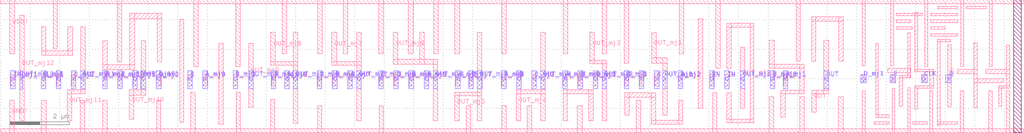
<source format=lef>
NAMESCASESENSITIVE ON ;
BUSBITCHARS "[]" ;

UNITS
  DATABASE MICRONS 1000 ;
END UNITS

MANUFACTURINGGRID 0.001 ;

DIVIDERCHAR "/" ;

LAYER M1
  TYPE ROUTING ;
  DIRECTION HORIZONTAL ;
  PITCH 0.26 0.26 ;
  WIDTH 0.14 ;
  AREA 0.042 ;
  SPACING 0.09 ;
  SPACING 0.19 RANGE 1.76 4 ;
  SPACING 0.29 RANGE 4 8 ;
  SPACING 1.05 RANGE 8 25 ;
  SPACING 1.85 RANGE 25 100000 ;
END M1

LAYER V1
  TYPE CUT ;
END V1

LAYER M2
  TYPE ROUTING ;
  DIRECTION VERTICAL ;
  PITCH 0.26 0.26 ;
  WIDTH 0.14 ;
  AREA 0.052 ;
  SPACING 0.1 ;
  SPACING 0.19 RANGE 1.76 4 ;
  SPACING 0.29 RANGE 4 8 ;
  SPACING 1.05 RANGE 8 25 ;
  SPACING 1.85 RANGE 25 100000 ;
END M2

LAYER V2
  TYPE CUT ;
END V2

LAYER M3
  TYPE ROUTING ;
  DIRECTION HORIZONTAL ;
  PITCH 0.26 0.26 ;
  WIDTH 0.14 ;
  AREA 0.052 ;
  SPACING 0.1 ;
  SPACING 0.19 RANGE 1.76 4 ;
  SPACING 0.29 RANGE 4 8 ;
  SPACING 1.05 RANGE 8 25 ;
  SPACING 1.85 RANGE 25 100000 ;
END M3

LAYER V3
  TYPE CUT ;
END V3

LAYER M4
  TYPE ROUTING ;
  DIRECTION VERTICAL ;
  PITCH 0.26 0.26 ;
  WIDTH 0.14 ;
  AREA 0.052 ;
  SPACING 0.1 ;
  SPACING 0.19 RANGE 1.76 4 ;
  SPACING 0.29 RANGE 4 8 ;
  SPACING 1.05 RANGE 8 25 ;
  SPACING 1.85 RANGE 25 100000 ;
END M4

LAYER V4
  TYPE CUT ;
END V4

LAYER M5
  TYPE ROUTING ;
  DIRECTION HORIZONTAL ;
  PITCH 0.26 0.26 ;
  WIDTH 0.14 ;
  AREA 0.052 ;
  SPACING 0.1 ;
  SPACING 0.19 RANGE 1.76 4 ;
  SPACING 0.29 RANGE 4 8 ;
  SPACING 1.05 RANGE 8 25 ;
  SPACING 1.85 RANGE 25 100000 ;
END M5

LAYER V5
  TYPE CUT ;
END V5

LAYER M6
  TYPE ROUTING ;
  DIRECTION VERTICAL ;
  PITCH 0.26 0.26 ;
  WIDTH 0.14 ;
  AREA 0.052 ;
  SPACING 0.1 ;
  SPACING 0.19 RANGE 1.76 4 ;
  SPACING 0.29 RANGE 4 8 ;
  SPACING 1.05 RANGE 8 25 ;
  SPACING 1.85 RANGE 25 100000 ;
  END M6

LAYER OVERLAP
  TYPE OVERLAP ;
END OVERLAP

SPACING
  SAMENET M1  M1    0.09 STACK ;
  SAMENET M2  M2    0.1 STACK ;
  SAMENET M3  M3    0.1 STACK ;
  SAMENET M4  M4    0.1 STACK ;
  SAMENET M5  M5    0.1 STACK ;
  SAMENET M6  M6    0.1 STACK ;
  SAMENET V1  V1    0.1 ;
  SAMENET V2  V2    0.1 ;
  SAMENET V3  V3    0.1 ;
  SAMENET V4  V4    0.1 ;
  SAMENET V5  V5    0.1 ;
  SAMENET V1  V2    0.00 STACK ;
  SAMENET V2  V3    0.00 STACK ;
  SAMENET V3  V4    0.00 STACK ;
  SAMENET V4  V5    0.00 STACK ;
  SAMENET V1  V3    0.00 STACK ;
  SAMENET V2  V4    0.00 STACK ;
  SAMENET V3  V5    0.00 STACK ;
  SAMENET V1  V4    0.00 STACK ;
  SAMENET V2  V5    0.00 STACK ;
  SAMENET V1  V5    0.00 STACK ;
END SPACING


VIA via5 DEFAULT
  LAYER M5 ;
    RECT -0.07 -0.07 0.07 0.07 ;
  LAYER V5 ;
    RECT -0.05 -0.05 0.05 0.05 ;
  LAYER M6 ;
    RECT -0.07 -0.07 0.07 0.07 ;
END via5

VIA via4 DEFAULT
  LAYER M4 ;
    RECT -0.07 -0.07 0.07 0.07 ;
  LAYER V4 ;
    RECT -0.05 -0.05 0.05 0.05 ;
  LAYER M5 ;
    RECT -0.07 -0.07 0.07 0.07 ;
END via4

VIA via3 DEFAULT
  LAYER M4 ;
    RECT -0.07 -0.07 0.07 0.07 ;
  LAYER V3 ;
    RECT -0.05 -0.05 0.05 0.05 ;
  LAYER M3 ;
    RECT -0.07 -0.07 0.07 0.07 ;
END via3

VIA via2 DEFAULT
  LAYER M3 ;
    RECT -0.07 -0.07 0.07 0.07 ;
  LAYER V2 ;
    RECT -0.05 -0.05 0.05 0.05 ;
  LAYER M2 ;
    RECT -0.07 -0.07 0.07 0.07 ;
END via2

VIA via1 DEFAULT
  LAYER M2 ;
    RECT -0.07 -0.07 0.07 0.07 ;
  LAYER V1 ;
    RECT -0.05 -0.05 0.05 0.05 ;
  LAYER M1 ;
    RECT -0.07 -0.07 0.07 0.07 ;
END via1


VIARULE via1Array GENERATE
  LAYER M1 ;
  DIRECTION HORIZONTAL ;
  OVERHANG 0.045 ;
    METALOVERHANG 0 ;
  LAYER M2 ;
  DIRECTION VERTICAL ;
    OVERHANG 0.045 ;
    METALOVERHANG 0 ;
  LAYER V1 ;
    RECT -0.05 -0.05 0.05 0.05 ;
    SPACING 0.2 BY 0.2 ;
END via1Array


VIARULE via2Array GENERATE
  LAYER M3 ;
    DIRECTION HORIZONTAL ;
    OVERHANG 0.03 ;
    METALOVERHANG 0 ;
  LAYER M2 ;
  DIRECTION VERTICAL ;
    OVERHANG 0.03 ;
    METALOVERHANG 0 ;
  LAYER V2 ;
    RECT -0.05 -0.05 0.05 0.05 ;
    SPACING 0.2 BY 0.2 ;
END via2Array


VIARULE via3Array GENERATE
  LAYER M3 ;
    DIRECTION HORIZONTAL ;
    OVERHANG 0.03 ;
    METALOVERHANG 0 ;
  LAYER M4 ;
    DIRECTION VERTICAL ;
    OVERHANG 0.03 ;
    METALOVERHANG 0 ;
  LAYER V3 ;
    RECT -0.05 -0.05 0.05 0.05 ;
    SPACING 0.2 BY 0.2 ;
END via3Array

VIARULE via4Array GENERATE
  LAYER M5 ;
    DIRECTION HORIZONTAL ;
    OVERHANG 0.03 ;
    METALOVERHANG 0 ;
  LAYER M4 ;
    DIRECTION VERTICAL ;
    OVERHANG 0.03 ;
    METALOVERHANG 0 ;
  LAYER V4 ;
    RECT -0.05 -0.05 0.05 0.05 ;
    SPACING 0.2 BY 0.2 ;
END via4Array

VIARULE via5Array GENERATE
  LAYER M5 ;
    DIRECTION HORIZONTAL ;
    OVERHANG 0.03 ;
    METALOVERHANG 0 ;
  LAYER M6 ;
    DIRECTION VERTICAL ;
    OVERHANG 0.045 ;
    METALOVERHANG 0 ;
  LAYER V5 ;
    RECT -0.05 -0.05 0.05 0.05 ;
    SPACING 0.2 BY 0.2 ;
END via5Array

VIARULE TURNM1 GENERATE
  LAYER M1 ;
    DIRECTION HORIZONTAL ;
  LAYER M1 ;
    DIRECTION VERTICAL ;
END TURNM1

VIARULE TURNM2 GENERATE
  LAYER M2 ;
    DIRECTION HORIZONTAL ;
  LAYER M2 ;
    DIRECTION VERTICAL ;
END TURNM2

VIARULE TURNM3 GENERATE
  LAYER M3 ;
    DIRECTION HORIZONTAL ;
  LAYER M3 ;
    DIRECTION VERTICAL ;
END TURNM3

VIARULE TURNM4 GENERATE
  LAYER M4 ;
    DIRECTION HORIZONTAL ;
  LAYER M4 ;
    DIRECTION VERTICAL ;
END TURNM4

VIARULE TURNM5 GENERATE
  LAYER M5 ;
    DIRECTION HORIZONTAL ;
  LAYER M5 ;
    DIRECTION VERTICAL ;
END TURNM5

VIARULE TURNM6 GENERATE
  LAYER M6 ;
    DIRECTION HORIZONTAL ;
  LAYER M6 ;
    DIRECTION VERTICAL ;
END TURNM6


SITE  CoreSite
    CLASS       CORE ;
    SYMMETRY    Y ;
    SYMMETRY    X ;
    SIZE        0.260 BY 4.5 ;
END  CoreSite

SITE  TDCoverSite
    CLASS       CORE ;
    SIZE        0.0500 BY 0.0500 ;
END  TDCoverSite

SITE  SBlockSite
    CLASS       CORE ;
    SIZE        0.0500 BY 0.0500 ;
END  SBlockSite

SITE  PortCellSite
    CLASS       PAD ;
    SIZE        0.0500 BY 0.0500 ;
END  PortCellSite

SITE  Core
    CLASS       CORE ;
    SYMMETRY    Y ;
    SYMMETRY    X ;
    SIZE        0.260 BY 4.5 ;
END  Core

MACRO AOI21
  CLASS CORE ;
  ORIGIN 0.026 1.823 ;
  FOREIGN AOI21 -0.026 -1.823 ;
  SIZE 2.23 BY 4.692 ;
  SYMMETRY X Y ;
  SITE CoreSite ;
  PIN A
    DIRECTION INPUT ;
    USE SIGNAL ;
    PORT
      LAYER M1 ;
        RECT 0.85 -0.235 0.997 0.13 ;
      LAYER M2 ;
        RECT 0.841 -0.338 0.997 0.267 ;
      LAYER V1 ;
        RECT 0.88 -0.05 0.98 0.05 ;
    END
  END A
  PIN B
    DIRECTION INPUT ;
    USE SIGNAL ;
    PORT
      LAYER M1 ;
        RECT 0.338 -0.235 0.485 0.13 ;
      LAYER M2 ;
        RECT 0.329 -0.338 0.485 0.267 ;
      LAYER V1 ;
        RECT 0.368 -0.05 0.468 0.05 ;
    END
  END B
  PIN C
    DIRECTION INPUT ;
    USE SIGNAL ;
    PORT
      LAYER M1 ;
        RECT 1.362 -0.235 1.509 0.13 ;
      LAYER M2 ;
        RECT 1.353 -0.338 1.509 0.267 ;
      LAYER V1 ;
        RECT 1.392 -0.05 1.492 0.05 ;
    END
  END C
  PIN OUT
    DIRECTION OUTPUT ;
    USE SIGNAL ;
    PORT
      LAYER M1 ;
        RECT 1.665 -0.503 1.817 1.76 ;
        RECT 1.207 -0.503 1.817 -0.379 ;
        RECT 1.207 -1.43 1.359 -0.379 ;
      LAYER M2 ;
        RECT 1.664 -0.338 1.82 0.267 ;
      LAYER V1 ;
        RECT 1.675 -0.05 1.775 0.05 ;
    END
  END OUT
  PIN GND!
    DIRECTION INOUT ;
    USE GROUND ;
    SHAPE ABUTMENT ;
    PORT
      LAYER M1 ;
        RECT 0 -1.823 2.08 -1.688 ;
        RECT 1.651 -1.823 1.808 -0.723 ;
        RECT 0.34 -1.823 0.497 -0.723 ;
    END
  END GND!
  PIN VDD!
    DIRECTION INOUT ;
    USE POWER ;
    SHAPE ABUTMENT ;
    PORT
      LAYER M1 ;
        RECT 0 2.549 2.08 2.677 ;
        RECT 0.738 1.04 0.883 2.677 ;
    END
  END VDD!
  OBS
    LAYER M1 ;
      RECT 1.232 0.795 1.4 1.76 ;
      RECT 0.343 0.795 0.485 1.76 ;
      RECT 0.343 0.795 1.4 0.942 ;
  END
  
END AOI21

MACRO AOI22
  CLASS CORE ;
  ORIGIN 0.026 1.823 ;
  FOREIGN AOI22 -0.026 -1.823 ;
  SIZE 2.86 BY 4.684 ;
  SYMMETRY X Y ;
  SITE CoreSite ;
  PIN A
    DIRECTION INPUT ;
    USE SIGNAL ;
    PORT
      LAYER M1 ;
        RECT 0.85 -0.235 0.997 0.13 ;
      LAYER M2 ;
        RECT 0.841 -0.338 0.997 0.267 ;
      LAYER V1 ;
        RECT 0.88 -0.05 0.98 0.05 ;
    END
  END A
  PIN B
    DIRECTION INPUT ;
    USE SIGNAL ;
    PORT
      LAYER M1 ;
        RECT 0.338 -0.235 0.485 0.13 ;
      LAYER M2 ;
        RECT 0.329 -0.338 0.485 0.267 ;
      LAYER V1 ;
        RECT 0.368 -0.05 0.468 0.05 ;
    END
  END B
  PIN C
    DIRECTION INPUT ;
    USE SIGNAL ;
    PORT
      LAYER M1 ;
        RECT 1.362 -0.235 1.509 0.13 ;
      LAYER M2 ;
        RECT 1.353 -0.338 1.509 0.267 ;
      LAYER V1 ;
        RECT 1.392 -0.05 1.492 0.05 ;
    END
  END C
  PIN D
    DIRECTION INPUT ;
    USE SIGNAL ;
    PORT
      LAYER M1 ;
        RECT 2.157 -0.235 2.304 0.13 ;
      LAYER M2 ;
        RECT 2.157 -0.338 2.313 0.267 ;
      LAYER V1 ;
        RECT 2.174 -0.05 2.274 0.05 ;
    END
  END D
  PIN OUT
    DIRECTION OUTPUT ;
    USE SIGNAL ;
    PORT
      LAYER M1 ;
        RECT 1.635 -0.56 1.787 1.295 ;
        RECT 1.242 -0.56 1.787 -0.381 ;
        RECT 1.242 -1.379 1.394 -0.381 ;
      LAYER M2 ;
        RECT 1.63 -0.338 1.786 0.267 ;
      LAYER V1 ;
        RECT 1.641 -0.05 1.741 0.05 ;
    END
  END OUT
  PIN GND!
    DIRECTION INOUT ;
    USE GROUND ;
    SHAPE ABUTMENT ;
    PORT
      LAYER M1 ;
        RECT 0 -1.823 2.6 -1.688 ;
        RECT 2.168 -1.823 2.31 -0.723 ;
        RECT 0.343 -1.823 0.485 -0.723 ;
    END
  END GND!
  PIN VDD!
    DIRECTION INOUT ;
    USE POWER ;
    SHAPE ABUTMENT ;
    PORT
      LAYER M1 ;
        RECT 0 2.549 2.6 2.677 ;
        RECT 0.822 0.575 0.979 2.677 ;
    END
  END VDD!
  OBS
    LAYER M1 ;
      RECT 1.257 2.037 2.338 2.217 ;
      RECT 2.186 0.575 2.338 2.217 ;
      RECT 1.257 0.303 1.414 2.217 ;
      RECT 0.336 0.303 0.488 1.295 ;
      RECT 0.336 0.303 1.414 0.482 ;
  END
  
END AOI22

MACRO Filler
  CLASS CORE ;
  ORIGIN 0 1.823 ;
  FOREIGN Filler 0 -1.823 ;
  SIZE 0.26 BY 4.5 ;
  SYMMETRY X Y ;
  SITE CoreSite ;
  PIN GND!
    DIRECTION INOUT ;
    USE GROUND ;
    SHAPE ABUTMENT ;
    PORT
      LAYER M1 ;
        RECT -0.05 -1.823 0.335 -1.688 ;
    END
  END GND!
  PIN VDD!
    DIRECTION INOUT ;
    USE POWER ;
    SHAPE ABUTMENT ;
    PORT
      LAYER M1 ;
        RECT -0.05 2.549 0.335 2.677 ;
    END
  END VDD!
  
END Filler

MACRO MUX21
  CLASS CORE ;
  ORIGIN 0.026 1.823 ;
  FOREIGN MUX21 -0.026 -1.823 ;
  SIZE 3.386 BY 4.704 ;
  SYMMETRY X Y ;
  SITE CoreSite ;
  PIN A
    DIRECTION INPUT ;
    USE SIGNAL ;
    PORT
      LAYER M1 ;
        RECT 1.133 -0.235 1.28 0.13 ;
      LAYER M2 ;
        RECT 1.133 -0.338 1.289 0.267 ;
      LAYER V1 ;
        RECT 1.15 -0.05 1.25 0.05 ;
    END
  END A
  PIN B
    DIRECTION INPUT ;
    USE SIGNAL ;
    PORT
      LAYER M1 ;
        RECT 2.156 -0.235 2.303 0.13 ;
      LAYER M2 ;
        RECT 2.156 -0.338 2.312 0.267 ;
      LAYER V1 ;
        RECT 2.173 -0.05 2.273 0.05 ;
    END
  END B
  PIN OUT
    DIRECTION OUTPUT ;
    USE SIGNAL ;
    PORT
      LAYER M1 ;
        RECT 2.681 -0.97 2.833 1.202 ;
      LAYER M2 ;
        RECT 2.681 -0.338 2.837 0.267 ;
      LAYER V1 ;
        RECT 2.696 -0.05 2.796 0.05 ;
    END
  END OUT
  PIN S
    DIRECTION INPUT ;
    USE SIGNAL ;
    PORT
      LAYER M1 ;
        RECT 0.621 -0.235 0.768 0.13 ;
      LAYER M2 ;
        RECT 0.621 -0.338 0.777 0.267 ;
      LAYER V1 ;
        RECT 0.638 -0.05 0.738 0.05 ;
    END
  END S
  PIN GND!
    DIRECTION INOUT ;
    USE GROUND ;
    SHAPE ABUTMENT ;
    PORT
      LAYER M1 ;
        RECT 0 -1.823 3.12 -1.688 ;
        RECT 2.258 -1.823 2.4 -0.45 ;
        RECT 0.727 -1.823 0.869 -0.45 ;
    END
  END GND!
  PIN VDD!
    DIRECTION INOUT ;
    USE POWER ;
    SHAPE ABUTMENT ;
    PORT
      LAYER M1 ;
        RECT 0 2.549 3.12 2.677 ;
        RECT 2.244 0.406 2.401 2.677 ;
        RECT 0.822 0.406 0.979 2.677 ;
    END
  END VDD!
  OBS
    LAYER M1 ;
      RECT 1.665 -1.546 1.819 1.202 ;
      RECT 0.346 -1.472 0.486 2.011 ;
  END
  
END MUX21

MACRO Merged_Cell
  CLASS CORE ;
  ORIGIN -34.32 1.823 ;
  FOREIGN Merged_Cell 34.32 -1.823 ;
  SIZE 0.26 BY 4.5 ;
  SYMMETRY X Y ;
  SITE CoreSite ;
  PIN A
    DIRECTION INPUT ;
    USE SIGNAL ;
    PORT
      LAYER M1 ;
        RECT 1.89 -0.235 2.037 0.13 ;
      LAYER M2 ;
        RECT 1.881 -0.338 2.037 0.267 ;
      LAYER V1 ;
        RECT 1.92 -0.05 2.02 0.05 ;
    END
  END A
  PIN B
    DIRECTION INPUT ;
    USE SIGNAL ;
    PORT
      LAYER M1 ;
        RECT 17.49 -0.235 17.637 0.13 ;
      LAYER M2 ;
        RECT 17.481 -0.338 17.637 0.267 ;
      LAYER V1 ;
        RECT 17.52 -0.05 17.62 0.05 ;
    END
  END B
  PIN C
    DIRECTION INPUT ;
    USE SIGNAL ;
    PORT
      LAYER M1 ;
        RECT 22.162 -0.235 22.309 0.13 ;
      LAYER M2 ;
        RECT 22.153 -0.338 22.309 0.267 ;
      LAYER V1 ;
        RECT 22.192 -0.05 22.292 0.05 ;
    END
  END C
  PIN CLK
    DIRECTION INPUT ;
    USE SIGNAL ;
    PORT
      LAYER M1 ;
        RECT 31.206 -0.107 31.392 0.121 ;
      LAYER M2 ;
        RECT 31.206 -0.14 31.392 0.14 ;
      LAYER V1 ;
        RECT 31.235 -0.05 31.335 0.05 ;
    END
  END CLK
  PIN D
    DIRECTION INPUT ;
    USE SIGNAL ;
    PORT
      LAYER M1 ;
        RECT 21.65 -0.235 21.797 0.13 ;
      LAYER M2 ;
        RECT 21.641 -0.338 21.797 0.267 ;
      LAYER V1 ;
        RECT 21.68 -0.05 21.78 0.05 ;
    END
  END D
  PIN EN
    DIRECTION INPUT ;
    USE SIGNAL ;
    PORT
      LAYER M1 ;
        RECT 24.021 -0.235 24.168 0.13 ;
      LAYER M2 ;
        RECT 24.021 -0.338 24.177 0.267 ;
      LAYER V1 ;
        RECT 24.038 -0.05 24.138 0.05 ;
    END
  END EN
  PIN IN
    DIRECTION INPUT ;
    USE SIGNAL ;
    PORT
      LAYER M1 ;
        RECT 24.533 -0.235 24.68 0.13 ;
      LAYER M2 ;
        RECT 24.533 -0.338 24.689 0.267 ;
      LAYER V1 ;
        RECT 24.55 -0.05 24.65 0.05 ;
    END
  END IN
  PIN OUT
    DIRECTION OUTPUT ;
    USE SIGNAL ;
    PORT
      LAYER M1 ;
        RECT 27.89 -0.512 28.058 1.308 ;
        RECT 27.481 -0.512 28.058 -0.388 ;
        RECT 27.481 -1.127 27.633 -0.388 ;
      LAYER M2 ;
        RECT 27.89 -0.338 28.058 0.267 ;
      LAYER V1 ;
        RECT 27.925 -0.05 28.025 0.05 ;
    END
  END OUT
  PIN Q
    DIRECTION INPUT ;
    USE SIGNAL ;
    PORT
      LAYER M1 ;
        RECT 32.098 -0.952 32.215 1.157 ;
      LAYER M2 ;
        RECT 32.029 -0.14 32.215 0.14 ;
      LAYER V1 ;
        RECT 32.104 -0.05 32.204 0.05 ;
    END
  END Q
  PIN R
    DIRECTION INPUT ;
    USE SIGNAL ;
    PORT
      LAYER M1 ;
        RECT 30.147 -0.107 30.333 0.121 ;
      LAYER M2 ;
        RECT 30.147 -0.14 30.333 0.14 ;
      LAYER V1 ;
        RECT 30.194 -0.05 30.294 0.05 ;
    END
  END R
  PIN S
    DIRECTION INPUT ;
    USE SIGNAL ;
    PORT
      LAYER M1 ;
        RECT 6.341 -0.235 6.488 0.13 ;
      LAYER M2 ;
        RECT 6.341 -0.338 6.497 0.267 ;
      LAYER V1 ;
        RECT 6.358 -0.05 6.458 0.05 ;
    END
  END S
  PIN GND!
    DIRECTION INOUT ;
    USE GROUND ;
    SHAPE ABUTMENT ;
    PORT
      LAYER M1 ;
        RECT 0 -1.823 34.655 -1.688 ;
        RECT 34.074 -1.83 34.184 -0.411 ;
        RECT 33.488 -1.83 33.598 -0.411 ;
        RECT 32.521 -1.83 32.631 -0.411 ;
        RECT 31.48 -1.83 31.59 -0.411 ;
        RECT 30.729 -1.83 30.819 -0.305 ;
        RECT 30.204 -1.83 30.294 -0.328 ;
        RECT 29.188 -1.83 29.298 -0.411 ;
        RECT 28.389 -1.823 28.546 -0.607 ;
        RECT 27.078 -1.823 27.235 -0.607 ;
        RECT 26.048 -1.823 26.19 -0.607 ;
        RECT 24.127 -1.823 24.269 -0.479 ;
        RECT 21.538 -1.823 21.68 -0.723 ;
        RECT 19.542 -1.823 19.699 -0.91 ;
        RECT 17.847 -1.823 17.999 -0.91 ;
        RECT 16.983 -1.823 17.125 -0.91 ;
        RECT 15.775 -1.823 15.927 -0.91 ;
        RECT 12.823 -1.823 12.965 -0.91 ;
        RECT 10.743 -1.823 10.885 -0.91 ;
        RECT 9.148 -1.823 9.29 -0.694 ;
        RECT 7.978 -1.823 8.12 -0.45 ;
        RECT 6.447 -1.823 6.589 -0.45 ;
        RECT 5.288 -1.823 5.43 -0.723 ;
        RECT 3.463 -1.823 3.605 -0.723 ;
        RECT 2.691 -1.823 2.848 -0.723 ;
        RECT 1.38 -1.823 1.537 -0.723 ;
        RECT 0.308 -1.823 0.45 -0.73 ;
    END
  END GND!
  PIN VDD!
    DIRECTION INOUT ;
    USE POWER ;
    SHAPE ABUTMENT ;
    PORT
      LAYER M1 ;
        RECT 0.001 2.549 34.655 2.677 ;
        RECT 33.493 0.41 33.593 2.677 ;
        RECT 32.527 0.41 32.627 2.677 ;
        RECT 31.32 0.41 31.42 2.677 ;
        RECT 30.155 0.441 30.255 2.677 ;
        RECT 29.194 0.441 29.294 2.677 ;
        RECT 26.959 0.588 27.101 2.677 ;
        RECT 24.222 0.351 24.379 2.677 ;
        RECT 22.986 0.847 23.138 2.677 ;
        RECT 21.136 0.524 21.288 2.677 ;
        RECT 20.388 0.853 20.54 2.677 ;
        RECT 19.063 0.853 19.208 2.677 ;
        RECT 16.976 0.853 17.128 2.677 ;
        RECT 15.39 0.853 15.547 2.677 ;
        RECT 14.666 0.853 14.818 2.677 ;
        RECT 13.814 0.853 13.971 2.677 ;
        RECT 12.816 0.853 12.968 2.677 ;
        RECT 11.607 0.853 11.759 2.677 ;
        RECT 10.736 0.853 10.888 2.677 ;
        RECT 9.535 0.853 9.687 2.677 ;
        RECT 7.964 0.406 8.121 2.677 ;
        RECT 6.542 0.406 6.699 2.677 ;
        RECT 3.942 0.575 4.099 2.677 ;
        RECT 1.778 1.04 1.923 2.677 ;
        RECT 0.31 0.853 0.467 2.677 ;
    END
  END VDD!
  PIN A_mj1
    MUSTJOIN A ;
    DIRECTION INPUT ;
    USE SIGNAL ;
    PORT
      LAYER M1 ;
        RECT 26.529 -0.235 26.676 0.13 ;
      LAYER M2 ;
        RECT 26.52 -0.338 26.676 0.267 ;
      LAYER V1 ;
        RECT 26.559 -0.05 26.659 0.05 ;
    END
  END A_mj1
  PIN A_mj2
    MUSTJOIN A ;
    DIRECTION INPUT ;
    USE SIGNAL ;
    PORT
      LAYER M1 ;
        RECT 22.957 -0.235 23.104 0.13 ;
      LAYER M2 ;
        RECT 22.957 -0.338 23.113 0.267 ;
      LAYER V1 ;
        RECT 22.974 -0.05 23.074 0.05 ;
    END
  END A_mj2
  PIN A_mj3
    MUSTJOIN A ;
    DIRECTION INPUT ;
    USE SIGNAL ;
    PORT
      LAYER M1 ;
        RECT 19.058 -0.235 19.205 0.13 ;
      LAYER M2 ;
        RECT 19.049 -0.338 19.205 0.267 ;
      LAYER V1 ;
        RECT 19.088 -0.05 19.188 0.05 ;
    END
  END A_mj3
  PIN A_mj4
    MUSTJOIN A ;
    DIRECTION INPUT ;
    USE SIGNAL ;
    PORT
      LAYER M1 ;
        RECT 16.978 -0.235 17.125 0.13 ;
      LAYER M2 ;
        RECT 16.969 -0.338 17.125 0.267 ;
      LAYER V1 ;
        RECT 17.008 -0.05 17.108 0.05 ;
    END
  END A_mj4
  PIN A_mj5
    MUSTJOIN A ;
    DIRECTION INPUT ;
    USE SIGNAL ;
    PORT
      LAYER M1 ;
        RECT 15.418 -0.235 15.565 0.13 ;
      LAYER M2 ;
        RECT 15.409 -0.338 15.565 0.267 ;
      LAYER V1 ;
        RECT 15.448 -0.05 15.548 0.05 ;
    END
  END A_mj5
  PIN A_mj6
    MUSTJOIN A ;
    DIRECTION INPUT ;
    USE SIGNAL ;
    PORT
      LAYER M1 ;
        RECT 14.354 -0.235 14.501 0.13 ;
      LAYER M2 ;
        RECT 14.345 -0.338 14.501 0.267 ;
      LAYER V1 ;
        RECT 14.384 -0.05 14.484 0.05 ;
    END
  END A_mj6
  PIN A_mj7
    MUSTJOIN A ;
    DIRECTION INPUT ;
    USE SIGNAL ;
    PORT
      LAYER M1 ;
        RECT 11.762 -0.235 11.909 0.13 ;
      LAYER M2 ;
        RECT 11.753 -0.338 11.909 0.267 ;
      LAYER V1 ;
        RECT 11.792 -0.05 11.892 0.05 ;
    END
  END A_mj7
  PIN A_mj8
    MUSTJOIN A ;
    DIRECTION INPUT ;
    USE SIGNAL ;
    PORT
      LAYER M1 ;
        RECT 9.629 -0.235 9.776 0.13 ;
      LAYER M2 ;
        RECT 9.62 -0.338 9.776 0.267 ;
      LAYER V1 ;
        RECT 9.659 -0.05 9.759 0.05 ;
    END
  END A_mj8
  PIN A_mj9
    MUSTJOIN A ;
    DIRECTION INPUT ;
    USE SIGNAL ;
    PORT
      LAYER M1 ;
        RECT 6.853 -0.235 7 0.13 ;
      LAYER M2 ;
        RECT 6.853 -0.338 7.009 0.267 ;
      LAYER V1 ;
        RECT 6.87 -0.05 6.97 0.05 ;
    END
  END A_mj9
  PIN A_mj10
    MUSTJOIN A ;
    DIRECTION INPUT ;
    USE SIGNAL ;
    PORT
      LAYER M1 ;
        RECT 3.97 -0.235 4.117 0.13 ;
      LAYER M2 ;
        RECT 3.961 -0.338 4.117 0.267 ;
      LAYER V1 ;
        RECT 4 -0.05 4.1 0.05 ;
    END
  END A_mj10
  PIN B_mj1
    MUSTJOIN B ;
    DIRECTION INPUT ;
    USE SIGNAL ;
    PORT
      LAYER M1 ;
        RECT 1.378 -0.235 1.525 0.13 ;
      LAYER M2 ;
        RECT 1.369 -0.338 1.525 0.267 ;
      LAYER V1 ;
        RECT 1.408 -0.05 1.508 0.05 ;
    END
  END B_mj1
  PIN B_mj2
    MUSTJOIN B ;
    DIRECTION INPUT ;
    USE SIGNAL ;
    PORT
      LAYER M1 ;
        RECT 3.458 -0.235 3.605 0.13 ;
      LAYER M2 ;
        RECT 3.449 -0.338 3.605 0.267 ;
      LAYER V1 ;
        RECT 3.488 -0.05 3.588 0.05 ;
    END
  END B_mj2
  PIN B_mj3
    MUSTJOIN B ;
    DIRECTION INPUT ;
    USE SIGNAL ;
    PORT
      LAYER M1 ;
        RECT 7.876 -0.235 8.023 0.13 ;
      LAYER M2 ;
        RECT 7.876 -0.338 8.032 0.267 ;
      LAYER V1 ;
        RECT 7.893 -0.05 7.993 0.05 ;
    END
  END B_mj3
  PIN B_mj4
    MUSTJOIN B ;
    DIRECTION INPUT ;
    USE SIGNAL ;
    PORT
      LAYER M1 ;
        RECT 9.178 -0.235 9.325 0.13 ;
      LAYER M2 ;
        RECT 9.169 -0.338 9.325 0.267 ;
      LAYER V1 ;
        RECT 9.208 -0.05 9.308 0.05 ;
    END
  END B_mj4
  PIN B_mj5
    MUSTJOIN B ;
    DIRECTION INPUT ;
    USE SIGNAL ;
    PORT
      LAYER M1 ;
        RECT 11.25 -0.235 11.397 0.13 ;
      LAYER M2 ;
        RECT 11.241 -0.338 11.397 0.267 ;
      LAYER V1 ;
        RECT 11.28 -0.05 11.38 0.05 ;
    END
  END B_mj5
  PIN B_mj6
    MUSTJOIN B ;
    DIRECTION INPUT ;
    USE SIGNAL ;
    PORT
      LAYER M1 ;
        RECT 13.842 -0.235 13.989 0.13 ;
      LAYER M2 ;
        RECT 13.833 -0.338 13.989 0.267 ;
      LAYER V1 ;
        RECT 13.872 -0.05 13.972 0.05 ;
    END
  END B_mj6
  PIN B_mj7
    MUSTJOIN B ;
    DIRECTION INPUT ;
    USE SIGNAL ;
    PORT
      LAYER M1 ;
        RECT 15.869 -0.235 16.016 0.13 ;
      LAYER M2 ;
        RECT 15.86 -0.338 16.016 0.267 ;
      LAYER V1 ;
        RECT 15.899 -0.05 15.999 0.05 ;
    END
  END B_mj7
  PIN B_mj8
    MUSTJOIN B ;
    DIRECTION INPUT ;
    USE SIGNAL ;
    PORT
      LAYER M1 ;
        RECT 19.57 -0.235 19.717 0.13 ;
      LAYER M2 ;
        RECT 19.561 -0.338 19.717 0.267 ;
      LAYER V1 ;
        RECT 19.6 -0.05 19.7 0.05 ;
    END
  END B_mj8
  PIN B_mj9
    MUSTJOIN B ;
    DIRECTION INPUT ;
    USE SIGNAL ;
    PORT
      LAYER M1 ;
        RECT 21.138 -0.235 21.285 0.13 ;
      LAYER M2 ;
        RECT 21.129 -0.338 21.285 0.267 ;
      LAYER V1 ;
        RECT 21.168 -0.05 21.268 0.05 ;
    END
  END B_mj9
  PIN B_mj10
    MUSTJOIN B ;
    DIRECTION INPUT ;
    USE SIGNAL ;
    PORT
      LAYER M1 ;
        RECT 26.078 -0.235 26.225 0.13 ;
      LAYER M2 ;
        RECT 26.069 -0.338 26.225 0.267 ;
      LAYER V1 ;
        RECT 26.108 -0.05 26.208 0.05 ;
    END
  END B_mj10
  PIN C_mj1
    MUSTJOIN C ;
    DIRECTION INPUT ;
    USE SIGNAL ;
    PORT
      LAYER M1 ;
        RECT 20.082 -0.235 20.229 0.13 ;
      LAYER M2 ;
        RECT 20.073 -0.338 20.229 0.267 ;
      LAYER V1 ;
        RECT 20.112 -0.05 20.212 0.05 ;
    END
  END C_mj1
  PIN C_mj2
    MUSTJOIN C ;
    DIRECTION INPUT ;
    USE SIGNAL ;
    PORT
      LAYER M1 ;
        RECT 2.402 -0.235 2.549 0.13 ;
      LAYER M2 ;
        RECT 2.393 -0.338 2.549 0.267 ;
      LAYER V1 ;
        RECT 2.432 -0.05 2.532 0.05 ;
    END
  END C_mj2
  PIN C_mj3
    MUSTJOIN C ;
    DIRECTION INPUT ;
    USE SIGNAL ;
    PORT
      LAYER M1 ;
        RECT 18.002 -0.235 18.149 0.13 ;
      LAYER M2 ;
        RECT 17.993 -0.338 18.149 0.267 ;
      LAYER V1 ;
        RECT 18.032 -0.05 18.132 0.05 ;
    END
  END C_mj3
  PIN C_mj4
    MUSTJOIN C ;
    DIRECTION INPUT ;
    USE SIGNAL ;
    PORT
      LAYER M1 ;
        RECT 13.33 -0.235 13.477 0.13 ;
      LAYER M2 ;
        RECT 13.321 -0.338 13.477 0.267 ;
      LAYER V1 ;
        RECT 13.36 -0.05 13.46 0.05 ;
    END
  END C_mj4
  PIN C_mj5
    MUSTJOIN C ;
    DIRECTION INPUT ;
    USE SIGNAL ;
    PORT
      LAYER M1 ;
        RECT 4.482 -0.235 4.629 0.13 ;
      LAYER M2 ;
        RECT 4.473 -0.338 4.629 0.267 ;
      LAYER V1 ;
        RECT 4.512 -0.05 4.612 0.05 ;
    END
  END C_mj5
  PIN C_mj6
    MUSTJOIN C ;
    DIRECTION INPUT ;
    USE SIGNAL ;
    PORT
      LAYER M1 ;
        RECT 10.738 -0.235 10.885 0.13 ;
      LAYER M2 ;
        RECT 10.729 -0.338 10.885 0.267 ;
      LAYER V1 ;
        RECT 10.768 -0.05 10.868 0.05 ;
    END
  END C_mj6
  PIN D_mj1
    MUSTJOIN D ;
    DIRECTION INPUT ;
    USE SIGNAL ;
    PORT
      LAYER M1 ;
        RECT 29.141 -0.107 29.327 0.121 ;
      LAYER M2 ;
        RECT 29.141 -0.14 29.327 0.14 ;
      LAYER V1 ;
        RECT 29.188 -0.05 29.288 0.05 ;
    END
  END D_mj1
  PIN D_mj2
    MUSTJOIN D ;
    DIRECTION INPUT ;
    USE SIGNAL ;
    PORT
      LAYER M1 ;
        RECT 5.277 -0.235 5.424 0.13 ;
      LAYER M2 ;
        RECT 5.277 -0.338 5.433 0.267 ;
      LAYER V1 ;
        RECT 5.294 -0.05 5.394 0.05 ;
    END
  END D_mj2
  PIN D_mj3
    MUSTJOIN D ;
    DIRECTION INPUT ;
    USE SIGNAL ;
    PORT
      LAYER M1 ;
        RECT 12.818 -0.235 12.965 0.13 ;
      LAYER M2 ;
        RECT 12.809 -0.338 12.965 0.267 ;
      LAYER V1 ;
        RECT 12.848 -0.05 12.948 0.05 ;
    END
  END D_mj3
  PIN IN_mj1
    MUSTJOIN IN ;
    DIRECTION INPUT ;
    USE SIGNAL ;
    PORT
      LAYER M1 ;
        RECT 0.338 -0.235 0.485 0.13 ;
      LAYER M2 ;
        RECT 0.329 -0.338 0.485 0.267 ;
      LAYER V1 ;
        RECT 0.368 -0.05 0.468 0.05 ;
    END
  END IN_mj1
  PIN OUT_mj1
    MUSTJOIN OUT ;
    DIRECTION INPUT ;
    USE SIGNAL ;
    PORT
      LAYER M1 ;
        RECT 22.057 0.529 22.586 0.708 ;
        RECT 22.434 -1.243 22.586 0.708 ;
        RECT 22.057 0.529 22.214 1.567 ;
      LAYER M2 ;
        RECT 22.43 -0.338 22.586 0.267 ;
      LAYER V1 ;
        RECT 22.441 -0.05 22.541 0.05 ;
    END
  END OUT_mj1
  PIN OUT_mj2
    MUSTJOIN OUT ;
    DIRECTION INPUT ;
    USE SIGNAL ;
    PORT
      LAYER M1 ;
        RECT 25.065 -0.999 25.217 1.071 ;
      LAYER M2 ;
        RECT 25.064 -0.338 25.22 0.267 ;
      LAYER V1 ;
        RECT 25.075 -0.05 25.175 0.05 ;
    END
  END OUT_mj2
  PIN OUT_mj3
    MUSTJOIN OUT ;
    DIRECTION INPUT ;
    USE SIGNAL ;
    PORT
      LAYER M1 ;
        RECT 19.952 0.508 20.537 0.634 ;
        RECT 20.385 -1.43 20.537 0.634 ;
        RECT 19.952 0.508 20.12 1.573 ;
      LAYER M2 ;
        RECT 20.384 -0.338 20.54 0.267 ;
      LAYER V1 ;
        RECT 20.395 -0.05 20.495 0.05 ;
    END
  END OUT_mj3
  PIN OUT_mj4
    MUSTJOIN OUT ;
    DIRECTION INPUT ;
    USE SIGNAL ;
    PORT
      LAYER M1 ;
        RECT 18.305 -1.43 18.457 1.573 ;
        RECT 17.462 -0.505 18.457 -0.379 ;
        RECT 17.462 -1.427 17.619 -0.379 ;
      LAYER M2 ;
        RECT 18.304 -0.338 18.46 0.267 ;
      LAYER V1 ;
        RECT 18.315 -0.05 18.415 0.05 ;
    END
  END OUT_mj4
  PIN OUT_mj5
    MUSTJOIN OUT ;
    DIRECTION INPUT ;
    USE SIGNAL ;
    PORT
      LAYER M1 ;
        RECT 16.154 -1.43 16.306 1.573 ;
        RECT 15.388 -0.577 16.306 -0.451 ;
        RECT 15.388 -1.43 15.53 -0.451 ;
      LAYER M2 ;
        RECT 16.154 -0.338 16.31 0.267 ;
      LAYER V1 ;
        RECT 16.182 -0.05 16.282 0.05 ;
    END
  END OUT_mj5
  PIN OUT_mj6
    MUSTJOIN OUT ;
    DIRECTION INPUT ;
    USE SIGNAL ;
    PORT
      LAYER M1 ;
        RECT 13.302 0.483 14.809 0.662 ;
        RECT 14.657 -1.43 14.809 0.662 ;
        RECT 14.199 0.483 14.351 1.573 ;
        RECT 13.302 0.483 13.459 1.573 ;
      LAYER M2 ;
        RECT 14.656 -0.338 14.812 0.267 ;
      LAYER V1 ;
        RECT 14.667 -0.05 14.767 0.05 ;
    END
  END OUT_mj6
  PIN OUT_mj7
    MUSTJOIN OUT ;
    DIRECTION INPUT ;
    USE SIGNAL ;
    PORT
      LAYER M1 ;
        RECT 12.065 -1.43 12.217 1.573 ;
        RECT 11.222 0.458 12.217 0.584 ;
        RECT 11.222 0.458 11.379 1.573 ;
      LAYER M2 ;
        RECT 12.064 -0.338 12.22 0.267 ;
      LAYER V1 ;
        RECT 12.075 -0.05 12.175 0.05 ;
    END
  END OUT_mj7
  PIN OUT_mj8
    MUSTJOIN OUT ;
    DIRECTION INPUT ;
    USE SIGNAL ;
    PORT
      LAYER M1 ;
        RECT 9.914 -1.514 10.066 1.573 ;
        RECT 9.15 0.458 10.066 0.584 ;
        RECT 9.15 0.458 9.307 1.573 ;
      LAYER M2 ;
        RECT 9.914 -0.338 10.07 0.267 ;
      LAYER V1 ;
        RECT 9.942 -0.05 10.042 0.05 ;
    END
  END OUT_mj8
  PIN OUT_mj9
    MUSTJOIN OUT ;
    DIRECTION INPUT ;
    USE SIGNAL ;
    PORT
      LAYER M1 ;
        RECT 8.401 -0.97 8.553 1.202 ;
      LAYER M2 ;
        RECT 8.401 -0.338 8.557 0.267 ;
      LAYER V1 ;
        RECT 8.416 -0.05 8.516 0.05 ;
    END
  END OUT_mj9
  PIN OUT_mj10
    MUSTJOIN OUT ;
    DIRECTION INPUT ;
    USE SIGNAL ;
    PORT
      LAYER M1 ;
        RECT 4.755 -0.56 4.907 1.295 ;
        RECT 4.362 -0.56 4.907 -0.381 ;
        RECT 4.362 -1.379 4.514 -0.381 ;
      LAYER M2 ;
        RECT 4.75 -0.338 4.906 0.267 ;
      LAYER V1 ;
        RECT 4.761 -0.05 4.861 0.05 ;
    END
  END OUT_mj10
  PIN OUT_mj11
    MUSTJOIN OUT ;
    DIRECTION INPUT ;
    USE SIGNAL ;
    PORT
      LAYER M1 ;
        RECT 2.705 -0.503 2.857 1.76 ;
        RECT 2.247 -0.503 2.857 -0.379 ;
        RECT 2.247 -1.43 2.399 -0.379 ;
      LAYER M2 ;
        RECT 2.704 -0.338 2.86 0.267 ;
      LAYER V1 ;
        RECT 2.715 -0.05 2.815 0.05 ;
    END
  END OUT_mj11
  PIN OUT_mj12
    MUSTJOIN OUT ;
    DIRECTION INPUT ;
    USE SIGNAL ;
    PORT
      LAYER M1 ;
        RECT 0.638 -1.43 0.79 2.153 ;
      LAYER M2 ;
        RECT 0.638 -0.355 0.741 0.264 ;
      LAYER V1 ;
        RECT 0.641 -0.05 0.741 0.05 ;
    END
  END OUT_mj12
  OBS
    LAYER M1 ;
      RECT 34.075 -0.321 34.185 1.13 ;
      RECT 33.384 0.177 34.185 0.317 ;
      RECT 33.813 -0.321 34.185 -0.231 ;
      RECT 33.813 -0.931 33.923 -0.231 ;
      RECT 32.976 -0.983 33.086 1.227 ;
      RECT 32.416 0.177 33.086 0.317 ;
      RECT 32.976 -0.141 33.968 -0.001 ;
      RECT 31.741 1.256 32.187 1.346 ;
      RECT 31.741 -1.594 31.832 1.346 ;
      RECT 31.741 -1.545 32.429 -1.455 ;
      RECT 30.98 0.23 31.07 2.26 ;
      RECT 30.345 2.135 31.23 2.225 ;
      RECT 30.97 0.23 31.625 0.32 ;
      RECT 31.485 -0.321 31.625 0.32 ;
      RECT 30.971 -0.321 31.625 -0.231 ;
      RECT 30.98 -1.037 31.07 -0.231 ;
      RECT 30.729 0.031 30.819 1.561 ;
      RECT 30.051 0.211 30.829 0.351 ;
      RECT 30.456 0.031 30.829 0.121 ;
      RECT 30.456 -0.931 30.566 0.121 ;
      RECT 29.652 -1.315 29.742 1.202 ;
      RECT 29.652 -1.315 30.114 -1.225 ;
      RECT 27.476 1.954 28.555 2.101 ;
      RECT 28.403 0.588 28.555 2.101 ;
      RECT 27.476 0.588 27.621 2.101 ;
      RECT 26.05 0.363 26.207 1.308 ;
      RECT 26.05 0.363 27.223 0.489 ;
      RECT 27.076 -0.511 27.223 0.489 ;
      RECT 26.435 -0.511 27.223 -0.385 ;
      RECT 26.435 -1.303 26.587 -0.385 ;
      RECT 24.607 1.745 25.522 1.873 ;
      RECT 25.39 -1.494 25.522 1.873 ;
      RECT 24.607 0.351 24.759 1.873 ;
      RECT 24.607 -1.494 24.759 -0.479 ;
      RECT 24.607 -1.494 25.522 -1.369 ;
      RECT 21.142 -0.624 22.194 -0.478 ;
      RECT 22.042 -1.547 22.194 -0.478 ;
      RECT 21.144 -1.243 21.296 -0.478 ;
      RECT 22.968 -1.547 23.11 -0.723 ;
      RECT 22.042 -1.547 23.11 -1.401 ;
      RECT 19.063 -0.505 20.079 -0.379 ;
      RECT 19.927 -1.43 20.079 -0.379 ;
      RECT 19.063 -1.43 19.205 -0.379 ;
      RECT 4.377 2.037 5.458 2.217 ;
      RECT 5.306 0.575 5.458 2.217 ;
      RECT 4.377 0.303 4.534 2.217 ;
      RECT 3.456 0.303 3.608 1.295 ;
      RECT 3.456 0.303 4.534 0.482 ;
      RECT 2.272 0.795 2.44 1.76 ;
      RECT 1.383 0.795 1.525 1.76 ;
      RECT 1.383 0.795 2.44 0.942 ;
      RECT 32.717 2.367 33.394 2.457 ;
      RECT 31.51 1.436 32.437 1.526 ;
      RECT 31.51 1.902 32.437 1.992 ;
      RECT 31.51 2.135 32.437 2.225 ;
      RECT 31.76 2.368 32.437 2.458 ;
      RECT 31.51 1.669 31.983 1.759 ;
      RECT 30.909 -1.545 31.39 -1.455 ;
      RECT 30.35 1.669 30.89 1.759 ;
      RECT 30.345 1.902 30.831 1.992 ;
      RECT 29.597 -1.545 30.114 -1.455 ;
      RECT 23.642 -0.999 23.794 2.032 ;
      RECT 7.385 -1.546 7.539 1.202 ;
      RECT 6.066 -1.472 6.206 2.011 ;
  END
  
END Merged_Cell

MACRO NAND2
  CLASS CORE ;
  ORIGIN 0.026 1.823 ;
  FOREIGN NAND2 -0.026 -1.823 ;
  SIZE 1.816 BY 4.714 ;
  SYMMETRY X Y ;
  SITE CoreSite ;
  PIN A
    DIRECTION INPUT ;
    USE SIGNAL ;
    PORT
      LAYER M1 ;
        RECT 0.789 -0.235 0.936 0.13 ;
      LAYER M2 ;
        RECT 0.78 -0.338 0.936 0.267 ;
      LAYER V1 ;
        RECT 0.819 -0.05 0.919 0.05 ;
    END
  END A
  PIN B
    DIRECTION INPUT ;
    USE SIGNAL ;
    PORT
      LAYER M1 ;
        RECT 0.338 -0.235 0.485 0.13 ;
      LAYER M2 ;
        RECT 0.329 -0.338 0.485 0.267 ;
      LAYER V1 ;
        RECT 0.368 -0.05 0.468 0.05 ;
    END
  END B
  PIN OUT
    DIRECTION OUTPUT ;
    USE SIGNAL ;
    PORT
      LAYER M1 ;
        RECT 1.074 -1.514 1.226 1.573 ;
        RECT 0.31 0.458 1.226 0.584 ;
        RECT 0.31 0.458 0.467 1.573 ;
      LAYER M2 ;
        RECT 1.074 -0.338 1.23 0.267 ;
      LAYER V1 ;
        RECT 1.102 -0.05 1.202 0.05 ;
    END
  END OUT
  PIN GND!
    DIRECTION INOUT ;
    USE GROUND ;
    SHAPE ABUTMENT ;
    PORT
      LAYER M1 ;
        RECT 0 -1.823 1.56 -1.688 ;
        RECT 0.308 -1.823 0.45 -0.694 ;
    END
  END GND!
  PIN VDD!
    DIRECTION INOUT ;
    USE POWER ;
    SHAPE ABUTMENT ;
    PORT
      LAYER M1 ;
        RECT 0 2.549 1.56 2.677 ;
        RECT 0.695 0.853 0.847 2.677 ;
    END
  END VDD!
  
END NAND2

MACRO NAND3
  CLASS CORE ;
  ORIGIN 0.026 1.823 ;
  FOREIGN NAND3 -0.026 -1.823 ;
  SIZE 2.394 BY 4.671 ;
  SYMMETRY X Y ;
  SITE CoreSite ;
  PIN A
    DIRECTION INPUT ;
    USE SIGNAL ;
    PORT
      LAYER M1 ;
        RECT 1.362 -0.235 1.509 0.13 ;
      LAYER M2 ;
        RECT 1.353 -0.338 1.509 0.267 ;
      LAYER V1 ;
        RECT 1.392 -0.05 1.492 0.05 ;
    END
  END A
  PIN B
    DIRECTION INPUT ;
    USE SIGNAL ;
    PORT
      LAYER M1 ;
        RECT 0.85 -0.235 0.997 0.13 ;
      LAYER M2 ;
        RECT 0.841 -0.338 0.997 0.267 ;
      LAYER V1 ;
        RECT 0.88 -0.05 0.98 0.05 ;
    END
  END B
  PIN C
    DIRECTION INPUT ;
    USE SIGNAL ;
    PORT
      LAYER M1 ;
        RECT 0.338 -0.235 0.485 0.13 ;
      LAYER M2 ;
        RECT 0.329 -0.338 0.485 0.267 ;
      LAYER V1 ;
        RECT 0.368 -0.05 0.468 0.05 ;
    END
  END C
  PIN OUT
    DIRECTION OUTPUT ;
    USE SIGNAL ;
    PORT
      LAYER M1 ;
        RECT 1.665 -1.43 1.817 1.573 ;
        RECT 0.822 0.458 1.817 0.584 ;
        RECT 0.822 0.458 0.979 1.573 ;
      LAYER M2 ;
        RECT 1.664 -0.338 1.82 0.267 ;
      LAYER V1 ;
        RECT 1.675 -0.05 1.775 0.05 ;
    END
  END OUT
  PIN GND!
    DIRECTION INOUT ;
    USE GROUND ;
    SHAPE ABUTMENT ;
    PORT
      LAYER M1 ;
        RECT 0 -1.823 2.08 -1.688 ;
        RECT 0.343 -1.823 0.485 -0.91 ;
    END
  END GND!
  PIN VDD!
    DIRECTION INOUT ;
    USE POWER ;
    SHAPE ABUTMENT ;
    PORT
      LAYER M1 ;
        RECT -0.007 2.549 2.073 2.677 ;
        RECT 1.207 0.853 1.359 2.677 ;
        RECT 0.336 0.853 0.488 2.677 ;
    END
  END VDD!
  
END NAND3

MACRO NAND4
  CLASS CORE ;
  ORIGIN 0.026 1.823 ;
  FOREIGN NAND4 -0.026 -1.823 ;
  SIZE 2.844 BY 4.656 ;
  SYMMETRY X Y ;
  SITE CoreSite ;
  PIN A
    DIRECTION INPUT ;
    USE SIGNAL ;
    PORT
      LAYER M1 ;
        RECT 1.874 -0.235 2.021 0.13 ;
      LAYER M2 ;
        RECT 1.865 -0.338 2.021 0.267 ;
      LAYER V1 ;
        RECT 1.904 -0.05 2.004 0.05 ;
    END
  END A
  PIN B
    DIRECTION INPUT ;
    USE SIGNAL ;
    PORT
      LAYER M1 ;
        RECT 1.362 -0.235 1.509 0.13 ;
      LAYER M2 ;
        RECT 1.353 -0.338 1.509 0.267 ;
      LAYER V1 ;
        RECT 1.392 -0.05 1.492 0.05 ;
    END
  END B
  PIN C
    DIRECTION INPUT ;
    USE SIGNAL ;
    PORT
      LAYER M1 ;
        RECT 0.85 -0.235 0.997 0.13 ;
      LAYER M2 ;
        RECT 0.841 -0.338 0.997 0.267 ;
      LAYER V1 ;
        RECT 0.88 -0.05 0.98 0.05 ;
    END
  END C
  PIN D
    DIRECTION INPUT ;
    USE SIGNAL ;
    PORT
      LAYER M1 ;
        RECT 0.338 -0.235 0.485 0.13 ;
      LAYER M2 ;
        RECT 0.329 -0.338 0.485 0.267 ;
      LAYER V1 ;
        RECT 0.368 -0.05 0.468 0.05 ;
    END
  END D
  PIN OUT
    DIRECTION OUTPUT ;
    USE SIGNAL ;
    PORT
      LAYER M1 ;
        RECT 0.822 0.483 2.329 0.662 ;
        RECT 2.177 -1.43 2.329 0.662 ;
        RECT 1.719 0.483 1.871 1.573 ;
        RECT 0.822 0.483 0.979 1.573 ;
      LAYER M2 ;
        RECT 2.176 -0.338 2.332 0.267 ;
      LAYER V1 ;
        RECT 2.187 -0.05 2.287 0.05 ;
    END
  END OUT
  PIN GND!
    DIRECTION INOUT ;
    USE GROUND ;
    SHAPE ABUTMENT ;
    PORT
      LAYER M1 ;
        RECT 0 -1.823 2.6 -1.688 ;
        RECT 0.343 -1.823 0.485 -0.91 ;
    END
  END GND!
  PIN VDD!
    DIRECTION INOUT ;
    USE POWER ;
    SHAPE ABUTMENT ;
    PORT
      LAYER M1 ;
        RECT 0 2.549 2.6 2.677 ;
        RECT 2.186 0.853 2.338 2.677 ;
        RECT 1.334 0.853 1.491 2.677 ;
        RECT 0.336 0.853 0.488 2.677 ;
    END
  END VDD!
  
END NAND4

MACRO NOR2
  CLASS CORE ;
  ORIGIN 0.026 1.823 ;
  FOREIGN NOR2 -0.026 -1.823 ;
  SIZE 1.832 BY 4.741 ;
  SYMMETRY X Y ;
  SITE CoreSite ;
  PIN A
    DIRECTION INPUT ;
    USE SIGNAL ;
    PORT
      LAYER M1 ;
        RECT 0.338 -0.235 0.485 0.13 ;
      LAYER M2 ;
        RECT 0.329 -0.338 0.485 0.267 ;
      LAYER V1 ;
        RECT 0.368 -0.05 0.468 0.05 ;
    END
  END A
  PIN B
    DIRECTION INPUT ;
    USE SIGNAL ;
    PORT
      LAYER M1 ;
        RECT 0.789 -0.235 0.936 0.13 ;
      LAYER M2 ;
        RECT 0.78 -0.338 0.936 0.267 ;
      LAYER V1 ;
        RECT 0.819 -0.05 0.919 0.05 ;
    END
  END B
  PIN OUT
    DIRECTION OUTPUT ;
    USE SIGNAL ;
    PORT
      LAYER M1 ;
        RECT 1.074 -1.43 1.226 1.573 ;
        RECT 0.308 -0.577 1.226 -0.451 ;
        RECT 0.308 -1.43 0.45 -0.451 ;
      LAYER M2 ;
        RECT 1.074 -0.338 1.23 0.267 ;
      LAYER V1 ;
        RECT 1.102 -0.05 1.202 0.05 ;
    END
  END OUT
  PIN GND!
    DIRECTION INOUT ;
    USE GROUND ;
    SHAPE ABUTMENT ;
    PORT
      LAYER M1 ;
        RECT 0 -1.823 1.56 -1.688 ;
        RECT 0.695 -1.823 0.847 -0.91 ;
    END
  END GND!
  PIN VDD!
    DIRECTION INOUT ;
    USE POWER ;
    SHAPE ABUTMENT ;
    PORT
      LAYER M1 ;
        RECT 0 2.549 1.56 2.677 ;
        RECT 0.31 0.853 0.467 2.677 ;
    END
  END VDD!
  
END NOR2

MACRO NOR3
  CLASS CORE ;
  ORIGIN 0.026 1.823 ;
  FOREIGN NOR3 -0.026 -1.823 ;
  SIZE 2.369 BY 4.674 ;
  SYMMETRY X Y ;
  SITE CoreSite ;
  PIN A
    DIRECTION INPUT ;
    USE SIGNAL ;
    PORT
      LAYER M1 ;
        RECT 0.338 -0.235 0.485 0.13 ;
      LAYER M2 ;
        RECT 0.329 -0.338 0.485 0.267 ;
      LAYER V1 ;
        RECT 0.368 -0.05 0.468 0.05 ;
    END
  END A
  PIN B
    DIRECTION INPUT ;
    USE SIGNAL ;
    PORT
      LAYER M1 ;
        RECT 0.85 -0.235 0.997 0.13 ;
      LAYER M2 ;
        RECT 0.841 -0.338 0.997 0.267 ;
      LAYER V1 ;
        RECT 0.88 -0.05 0.98 0.05 ;
    END
  END B
  PIN C
    DIRECTION INPUT ;
    USE SIGNAL ;
    PORT
      LAYER M1 ;
        RECT 1.362 -0.235 1.509 0.13 ;
      LAYER M2 ;
        RECT 1.353 -0.338 1.509 0.267 ;
      LAYER V1 ;
        RECT 1.392 -0.05 1.492 0.05 ;
    END
  END C
  PIN OUT
    DIRECTION OUTPUT ;
    USE SIGNAL ;
    PORT
      LAYER M1 ;
        RECT 1.665 -1.43 1.817 1.573 ;
        RECT 0.822 -0.505 1.817 -0.379 ;
        RECT 0.822 -1.427 0.979 -0.379 ;
      LAYER M2 ;
        RECT 1.664 -0.338 1.82 0.267 ;
      LAYER V1 ;
        RECT 1.675 -0.05 1.775 0.05 ;
    END
  END OUT
  PIN GND!
    DIRECTION INOUT ;
    USE GROUND ;
    SHAPE ABUTMENT ;
    PORT
      LAYER M1 ;
        RECT 0 -1.823 2.08 -1.688 ;
        RECT 1.207 -1.823 1.359 -0.91 ;
        RECT 0.343 -1.823 0.485 -0.91 ;
    END
  END GND!
  PIN VDD!
    DIRECTION INOUT ;
    USE POWER ;
    SHAPE ABUTMENT ;
    PORT
      LAYER M1 ;
        RECT 0 2.549 2.08 2.677 ;
        RECT 0.336 0.853 0.488 2.677 ;
    END
  END VDD!
  
END NOR3

MACRO OAI21
  CLASS CORE ;
  ORIGIN 0.026 1.823 ;
  FOREIGN OAI21 -0.026 -1.823 ;
  SIZE 2.325 BY 4.745 ;
  SYMMETRY X Y ;
  SITE CoreSite ;
  PIN A
    DIRECTION INPUT ;
    USE SIGNAL ;
    PORT
      LAYER M1 ;
        RECT 0.338 -0.235 0.485 0.13 ;
      LAYER M2 ;
        RECT 0.329 -0.338 0.485 0.267 ;
      LAYER V1 ;
        RECT 0.368 -0.05 0.468 0.05 ;
    END
  END A
  PIN B
    DIRECTION INPUT ;
    USE SIGNAL ;
    PORT
      LAYER M1 ;
        RECT 0.85 -0.235 0.997 0.13 ;
      LAYER M2 ;
        RECT 0.841 -0.338 0.997 0.267 ;
      LAYER V1 ;
        RECT 0.88 -0.05 0.98 0.05 ;
    END
  END B
  PIN C
    DIRECTION INPUT ;
    USE SIGNAL ;
    PORT
      LAYER M1 ;
        RECT 1.362 -0.235 1.509 0.13 ;
      LAYER M2 ;
        RECT 1.353 -0.338 1.509 0.267 ;
      LAYER V1 ;
        RECT 1.392 -0.05 1.492 0.05 ;
    END
  END C
  PIN OUT
    DIRECTION OUTPUT ;
    USE SIGNAL ;
    PORT
      LAYER M1 ;
        RECT 1.232 0.508 1.817 0.634 ;
        RECT 1.665 -1.43 1.817 0.634 ;
        RECT 1.232 0.508 1.4 1.573 ;
      LAYER M2 ;
        RECT 1.664 -0.338 1.82 0.267 ;
      LAYER V1 ;
        RECT 1.675 -0.05 1.775 0.05 ;
    END
  END OUT
  PIN GND!
    DIRECTION INOUT ;
    USE GROUND ;
    SHAPE ABUTMENT ;
    PORT
      LAYER M1 ;
        RECT 0 -1.823 2.08 -1.688 ;
        RECT 0.822 -1.823 0.979 -0.91 ;
    END
  END GND!
  PIN VDD!
    DIRECTION INOUT ;
    USE POWER ;
    SHAPE ABUTMENT ;
    PORT
      LAYER M1 ;
        RECT 0 2.549 2.08 2.677 ;
        RECT 1.668 0.853 1.82 2.677 ;
        RECT 0.343 0.853 0.488 2.677 ;
    END
  END VDD!
  OBS
    LAYER M1 ;
      RECT 0.343 -0.505 1.359 -0.379 ;
      RECT 1.207 -1.43 1.359 -0.379 ;
      RECT 0.343 -1.43 0.485 -0.379 ;
  END
  
END OAI21

MACRO OAI22
  CLASS CORE ;
  ORIGIN 0.026 1.823 ;
  FOREIGN OAI22 -0.026 -1.823 ;
  SIZE 2.834 BY 4.665 ;
  SYMMETRY X Y ;
  SITE CoreSite ;
  PIN A
    DIRECTION INPUT ;
    USE SIGNAL ;
    PORT
      LAYER M1 ;
        RECT 2.157 -0.235 2.304 0.13 ;
      LAYER M2 ;
        RECT 2.157 -0.338 2.313 0.267 ;
      LAYER V1 ;
        RECT 2.174 -0.05 2.274 0.05 ;
    END
  END A
  PIN B
    DIRECTION INPUT ;
    USE SIGNAL ;
    PORT
      LAYER M1 ;
        RECT 0.338 -0.235 0.485 0.13 ;
      LAYER M2 ;
        RECT 0.329 -0.338 0.485 0.267 ;
      LAYER V1 ;
        RECT 0.368 -0.05 0.468 0.05 ;
    END
  END B
  PIN C
    DIRECTION INPUT ;
    USE SIGNAL ;
    PORT
      LAYER M1 ;
        RECT 1.362 -0.235 1.509 0.13 ;
      LAYER M2 ;
        RECT 1.353 -0.338 1.509 0.267 ;
      LAYER V1 ;
        RECT 1.392 -0.05 1.492 0.05 ;
    END
  END C
  PIN D
    DIRECTION INPUT ;
    USE SIGNAL ;
    PORT
      LAYER M1 ;
        RECT 0.85 -0.235 0.997 0.13 ;
      LAYER M2 ;
        RECT 0.841 -0.338 0.997 0.267 ;
      LAYER V1 ;
        RECT 0.88 -0.05 0.98 0.05 ;
    END
  END D
  PIN OUT
    DIRECTION OUTPUT ;
    USE SIGNAL ;
    PORT
      LAYER M1 ;
        RECT 1.257 0.529 1.786 0.708 ;
        RECT 1.634 -1.243 1.786 0.708 ;
        RECT 1.257 0.529 1.414 1.567 ;
      LAYER M2 ;
        RECT 1.63 -0.338 1.786 0.267 ;
      LAYER V1 ;
        RECT 1.641 -0.05 1.741 0.05 ;
    END
  END OUT
  PIN GND!
    DIRECTION INOUT ;
    USE GROUND ;
    SHAPE ABUTMENT ;
    PORT
      LAYER M1 ;
        RECT 0 -1.823 2.6 -1.688 ;
        RECT 0.738 -1.823 0.88 -0.723 ;
    END
  END GND!
  PIN VDD!
    DIRECTION INOUT ;
    USE POWER ;
    SHAPE ABUTMENT ;
    PORT
      LAYER M1 ;
        RECT 0 2.549 2.6 2.677 ;
        RECT 2.186 0.847 2.338 2.677 ;
        RECT 0.336 0.524 0.488 2.677 ;
    END
  END VDD!
  OBS
    LAYER M1 ;
      RECT 0.342 -0.624 1.394 -0.478 ;
      RECT 1.242 -1.547 1.394 -0.478 ;
      RECT 0.344 -1.243 0.496 -0.478 ;
      RECT 2.168 -1.547 2.31 -0.723 ;
      RECT 1.242 -1.547 2.31 -1.401 ;
  END
  
END OAI22

MACRO Tri_INV
  CLASS CORE ;
  ORIGIN 0.026 1.823 ;
  FOREIGN Tri_INV -0.026 -1.823 ;
  SIZE 2.575 BY 4.719 ;
  SYMMETRY X Y ;
  SITE CoreSite ;
  PIN EN
    DIRECTION INPUT ;
    USE SIGNAL ;
    PORT
      LAYER M1 ;
        RECT 0.621 -0.235 0.768 0.13 ;
      LAYER M2 ;
        RECT 0.621 -0.338 0.777 0.267 ;
      LAYER V1 ;
        RECT 0.638 -0.05 0.738 0.05 ;
    END
  END EN
  PIN IN
    DIRECTION INPUT ;
    USE SIGNAL ;
    PORT
      LAYER M1 ;
        RECT 1.133 -0.235 1.28 0.13 ;
      LAYER M2 ;
        RECT 1.133 -0.338 1.289 0.267 ;
      LAYER V1 ;
        RECT 1.15 -0.05 1.25 0.05 ;
    END
  END IN
  PIN OUT
    DIRECTION OUTPUT ;
    USE SIGNAL ;
    PORT
      LAYER M1 ;
        RECT 1.665 -0.999 1.817 1.071 ;
      LAYER M2 ;
        RECT 1.664 -0.338 1.82 0.267 ;
      LAYER V1 ;
        RECT 1.675 -0.05 1.775 0.05 ;
    END
  END OUT
  PIN GND!
    DIRECTION INOUT ;
    USE GROUND ;
    SHAPE ABUTMENT ;
    PORT
      LAYER M1 ;
        RECT 0 -1.823 2.34 -1.688 ;
        RECT 0.727 -1.823 0.869 -0.479 ;
    END
  END GND!
  PIN VDD!
    DIRECTION INOUT ;
    USE POWER ;
    SHAPE ABUTMENT ;
    PORT
      LAYER M1 ;
        RECT 0 2.549 2.34 2.677 ;
        RECT 0.822 0.351 0.979 2.677 ;
    END
  END VDD!
  OBS
    LAYER M1 ;
      RECT 1.207 1.745 2.122 1.873 ;
      RECT 1.99 -1.494 2.122 1.873 ;
      RECT 1.207 0.351 1.359 1.873 ;
      RECT 1.207 -1.494 1.359 -0.479 ;
      RECT 1.207 -1.494 2.122 -1.369 ;
      RECT 0.242 -0.999 0.394 2.032 ;
  END
  
END Tri_INV

MACRO XOR2
  CLASS CORE ;
  ORIGIN 0.026 1.823 ;
  FOREIGN XOR2 -0.026 -1.823 ;
  SIZE 3.354 BY 4.784 ;
  SYMMETRY X Y ;
  SITE CoreSite ;
  PIN A
    DIRECTION INPUT ;
    USE SIGNAL ;
    PORT
      LAYER M1 ;
        RECT 0.789 -0.235 0.936 0.13 ;
      LAYER M2 ;
        RECT 0.78 -0.338 0.936 0.267 ;
      LAYER V1 ;
        RECT 0.819 -0.05 0.919 0.05 ;
    END
  END A
  PIN B
    DIRECTION INPUT ;
    USE SIGNAL ;
    PORT
      LAYER M1 ;
        RECT 0.338 -0.235 0.485 0.13 ;
      LAYER M2 ;
        RECT 0.329 -0.338 0.485 0.267 ;
      LAYER V1 ;
        RECT 0.368 -0.05 0.468 0.05 ;
    END
  END B
  PIN OUT
    DIRECTION OUTPUT ;
    USE SIGNAL ;
    PORT
      LAYER M1 ;
        RECT 2.15 -0.512 2.318 1.308 ;
        RECT 1.741 -0.512 2.318 -0.388 ;
        RECT 1.741 -1.127 1.893 -0.388 ;
      LAYER M2 ;
        RECT 2.15 -0.338 2.318 0.267 ;
      LAYER V1 ;
        RECT 2.185 -0.05 2.285 0.05 ;
    END
  END OUT
  PIN GND!
    DIRECTION INOUT ;
    USE GROUND ;
    SHAPE ABUTMENT ;
    PORT
      LAYER M1 ;
        RECT 0 -1.823 3.12 -1.688 ;
        RECT 2.649 -1.823 2.806 -0.607 ;
        RECT 1.338 -1.823 1.495 -0.607 ;
        RECT 0.308 -1.823 0.45 -0.607 ;
    END
  END GND!
  PIN VDD!
    DIRECTION INOUT ;
    USE POWER ;
    SHAPE ABUTMENT ;
    PORT
      LAYER M1 ;
        RECT 0 2.549 3.12 2.677 ;
        RECT 1.219 0.588 1.361 2.677 ;
    END
  END VDD!
  OBS
    LAYER M1 ;
      RECT 1.736 1.954 2.815 2.101 ;
      RECT 2.663 0.588 2.815 2.101 ;
      RECT 1.736 0.588 1.881 2.101 ;
      RECT 0.31 0.363 0.467 1.308 ;
      RECT 0.31 0.363 1.483 0.489 ;
      RECT 1.336 -0.511 1.483 0.489 ;
      RECT 0.695 -0.511 1.483 -0.385 ;
      RECT 0.695 -1.303 0.847 -0.385 ;
  END
  
END XOR2

MACRO dff
  CLASS CORE ;
  ORIGIN 0.136 1.83 ;
  FOREIGN dff -0.136 -1.83 ;
  SIZE 5.745 BY 4.699 ;
  SYMMETRY X Y ;
  SITE CoreSite ;
  PIN CLK
    DIRECTION INPUT ;
    USE SIGNAL ;
    PORT
      LAYER M1 ;
        RECT 2.346 -0.107 2.532 0.121 ;
      LAYER M2 ;
        RECT 2.346 -0.14 2.532 0.14 ;
      LAYER V1 ;
        RECT 2.375 -0.05 2.475 0.05 ;
    END
  END CLK
  PIN D
    DIRECTION INPUT ;
    USE SIGNAL ;
    PORT
      LAYER M1 ;
        RECT 0.281 -0.107 0.467 0.121 ;
      LAYER M2 ;
        RECT 0.281 -0.14 0.467 0.14 ;
      LAYER V1 ;
        RECT 0.328 -0.05 0.428 0.05 ;
    END
  END D
  PIN Q
    DIRECTION INPUT ;
    USE SIGNAL ;
    PORT
      LAYER M1 ;
        RECT 3.238 -0.952 3.355 1.157 ;
      LAYER M2 ;
        RECT 3.169 -0.14 3.355 0.14 ;
      LAYER V1 ;
        RECT 3.244 -0.05 3.344 0.05 ;
    END
  END Q
  PIN R
    DIRECTION INPUT ;
    USE SIGNAL ;
    PORT
      LAYER M1 ;
        RECT 1.287 -0.107 1.473 0.121 ;
      LAYER M2 ;
        RECT 1.287 -0.14 1.473 0.14 ;
      LAYER V1 ;
        RECT 1.334 -0.05 1.434 0.05 ;
    END
  END R
  PIN GND!
    DIRECTION INOUT ;
    USE GROUND ;
    SHAPE ABUTMENT ;
    PORT
      LAYER M1 ;
        RECT 0 -1.823 5.46 -1.688 ;
        RECT 5.214 -1.83 5.324 -0.411 ;
        RECT 4.628 -1.83 4.738 -0.411 ;
        RECT 3.661 -1.83 3.771 -0.411 ;
        RECT 2.62 -1.83 2.73 -0.411 ;
        RECT 1.869 -1.83 1.959 -0.305 ;
        RECT 1.344 -1.83 1.434 -0.328 ;
        RECT 0.328 -1.83 0.438 -0.411 ;
    END
  END GND!
  PIN VDD!
    DIRECTION INOUT ;
    USE POWER ;
    SHAPE ABUTMENT ;
    PORT
      LAYER M1 ;
        RECT 0 2.549 5.46 2.677 ;
        RECT 4.633 0.41 4.733 2.677 ;
        RECT 3.667 0.41 3.767 2.677 ;
        RECT 2.46 0.41 2.56 2.677 ;
        RECT 1.295 0.441 1.395 2.677 ;
        RECT 0.334 0.441 0.434 2.677 ;
    END
  END VDD!
  OBS
    LAYER M1 ;
      RECT 5.215 -0.321 5.325 1.13 ;
      RECT 4.524 0.177 5.325 0.317 ;
      RECT 4.953 -0.321 5.325 -0.231 ;
      RECT 4.953 -0.931 5.063 -0.231 ;
      RECT 4.116 -0.983 4.226 1.227 ;
      RECT 3.556 0.177 4.226 0.317 ;
      RECT 4.116 -0.141 5.108 -0.001 ;
      RECT 2.881 1.256 3.327 1.346 ;
      RECT 2.881 -1.594 2.972 1.346 ;
      RECT 2.881 -1.545 3.569 -1.455 ;
      RECT 2.12 0.23 2.21 2.26 ;
      RECT 1.485 2.135 2.37 2.225 ;
      RECT 2.11 0.23 2.765 0.32 ;
      RECT 2.625 -0.321 2.765 0.32 ;
      RECT 2.111 -0.321 2.765 -0.231 ;
      RECT 2.12 -1.037 2.21 -0.231 ;
      RECT 1.869 0.031 1.959 1.561 ;
      RECT 1.191 0.211 1.969 0.351 ;
      RECT 1.596 0.031 1.969 0.121 ;
      RECT 1.596 -0.931 1.706 0.121 ;
      RECT 0.792 -1.315 0.882 1.202 ;
      RECT 0.792 -1.315 1.254 -1.225 ;
      RECT 3.857 2.367 4.534 2.457 ;
      RECT 2.65 1.436 3.577 1.526 ;
      RECT 2.65 1.902 3.577 1.992 ;
      RECT 2.65 2.135 3.577 2.225 ;
      RECT 2.9 2.368 3.577 2.458 ;
      RECT 2.65 1.669 3.123 1.759 ;
      RECT 2.049 -1.545 2.53 -1.455 ;
      RECT 1.49 1.669 2.03 1.759 ;
      RECT 1.485 1.902 1.971 1.992 ;
      RECT 0.737 -1.545 1.254 -1.455 ;
  END
  
END dff

MACRO inverter
  CLASS CORE ;
  ORIGIN 0.026 1.823 ;
  FOREIGN inverter -0.026 -1.823 ;
  SIZE 1.263 BY 4.742 ;
  SYMMETRY X Y ;
  SITE CoreSite ;
  PIN IN
    DIRECTION INPUT ;
    USE SIGNAL ;
    PORT
      LAYER M1 ;
        RECT 0.338 -0.235 0.485 0.13 ;
      LAYER M2 ;
        RECT 0.329 -0.338 0.485 0.267 ;
      LAYER V1 ;
        RECT 0.368 -0.05 0.468 0.05 ;
    END
  END IN
  PIN OUT
    DIRECTION OUTPUT ;
    USE SIGNAL ;
    PORT
      LAYER M1 ;
        RECT 0.638 -1.43 0.79 2.153 ;
      LAYER M2 ;
        RECT 0.638 -0.355 0.741 0.264 ;
      LAYER V1 ;
        RECT 0.641 -0.05 0.741 0.05 ;
    END
  END OUT
  PIN GND!
    DIRECTION INOUT ;
    USE GROUND ;
    SHAPE ABUTMENT ;
    PORT
      LAYER M1 ;
        RECT 0 -1.823 1.04 -1.688 ;
        RECT 0.308 -1.823 0.45 -0.73 ;
    END
  END GND!
  PIN VDD!
    DIRECTION INOUT ;
    USE POWER ;
    SHAPE ABUTMENT ;
    PORT
      LAYER M1 ;
        RECT 0.001 2.549 1.04 2.677 ;
        RECT 0.31 0.853 0.467 2.677 ;
    END
  END VDD!
  
END inverter

END LIBRARY

</source>
